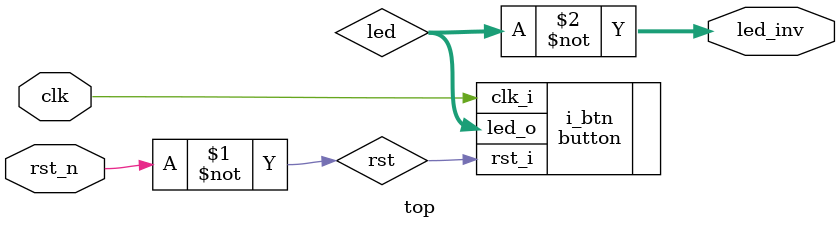
<source format=sv>
module top (
    input  logic       clk,
    input  logic       rst_n,
    output logic [5:0] led_inv
);

    logic       rst;
    logic [5:0] led;

    assign rst     = ~ rst_n;
    assign led_inv = ~ led;

    button i_btn (
        .clk_i (clk),
        .rst_i (rst),
        .led_o (led)
    );

endmodule

</source>
